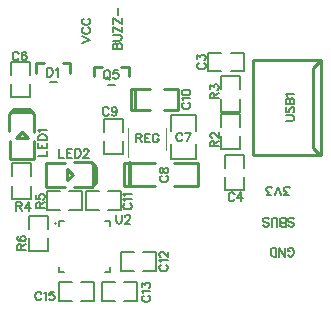
<source format=gto>
G04 ---------------------------- Layer name :TOP SILK LAYER*
G04 EasyEDA v5.6.15, Thu, 26 Jul 2018 23:14:09 GMT*
G04 c86fb450fb884ade9fd06fb8d4d9ff78*
G04 Gerber Generator version 0.2*
G04 Scale: 100 percent, Rotated: No, Reflected: No *
G04 Dimensions in inches *
G04 leading zeros omitted , absolute positions ,2 integer and 4 decimal *
%FSLAX24Y24*%
%MOIN*%
G90*
G70D02*

%ADD10C,0.010000*%
%ADD38C,0.007874*%
%ADD39C,0.013000*%
%ADD40C,0.004724*%
%ADD41C,0.007870*%
%ADD42C,0.009842*%
%ADD43C,0.005000*%

%LPD*%
G54D38*
G01X1863Y2673D02*
G01X1863Y2830D01*
G01X2020Y2830D01*
G01X3398Y2830D02*
G01X3555Y2830D01*
G01X3555Y2673D01*
G01X3398Y1137D02*
G01X3555Y1137D01*
G01X3555Y1295D01*
G01X2020Y1137D02*
G01X1863Y1137D01*
G01X1863Y1295D01*
G01X2287Y169D02*
G01X1853Y169D01*
G01X1853Y799D01*
G01X2287Y799D01*
G01X2601Y169D02*
G01X3035Y169D01*
G01X3035Y563D01*
G01X3035Y799D01*
G01X2601Y799D01*
G01X4337Y1169D02*
G01X3903Y1169D01*
G01X3903Y1799D01*
G01X4337Y1799D01*
G01X4651Y1169D02*
G01X5085Y1169D01*
G01X5085Y1563D01*
G01X5085Y1799D01*
G01X4651Y1799D01*
G01X4030Y799D02*
G01X4465Y799D01*
G01X4465Y169D01*
G01X4030Y169D01*
G01X3717Y799D02*
G01X3282Y799D01*
G01X3282Y405D01*
G01X3282Y169D01*
G01X3717Y169D01*
G01X3176Y3189D02*
G01X2744Y3189D01*
G01X2744Y3819D01*
G01X3176Y3819D01*
G01X3492Y3189D02*
G01X3925Y3189D01*
G01X3925Y3582D01*
G01X3925Y3819D01*
G01X3492Y3819D01*
G54D10*
G01X8336Y8189D02*
G01X10596Y8189D01*
G01X8332Y8189D02*
G01X8332Y5039D01*
G01X8332Y5039D02*
G01X10592Y5039D01*
G01X10600Y8189D02*
G01X10600Y5039D01*
G01X10321Y7949D02*
G01X10321Y5282D01*
G01X10600Y8180D02*
G01X10552Y8180D01*
G01X10321Y7949D01*
G01X10592Y5051D02*
G01X10552Y5051D01*
G01X10321Y5282D01*
G01X1974Y8090D02*
G01X2234Y8090D01*
G01X1974Y8090D01*
G01X2234Y8090D01*
G01X2234Y7769D01*
G01X1084Y7769D02*
G01X1084Y8090D01*
G01X1344Y8090D01*
G54D38*
G01X1541Y7480D02*
G01X1776Y7480D01*
G01X7894Y5662D02*
G01X7894Y5228D01*
G01X7264Y5228D01*
G01X7264Y5662D01*
G01X7894Y5976D02*
G01X7894Y6410D01*
G01X7500Y6410D01*
G01X7264Y6410D01*
G01X7264Y5976D01*
G01X7264Y7226D02*
G01X7264Y7659D01*
G01X7894Y7659D01*
G01X7894Y7226D01*
G01X7264Y6911D02*
G01X7264Y6478D01*
G01X7657Y6478D01*
G01X7894Y6478D01*
G01X7894Y6911D01*
G01X8003Y4301D02*
G01X8003Y3868D01*
G01X7374Y3868D01*
G01X7374Y4301D01*
G01X8003Y4616D02*
G01X8003Y5050D01*
G01X7610Y5050D01*
G01X7374Y5050D01*
G01X7374Y4616D01*
G54D10*
G01X5039Y4003D02*
G01X4019Y4003D01*
G01X4019Y4784D01*
G01X5039Y4784D01*
G54D39*
G01X4219Y4764D02*
G01X4219Y4024D01*
G54D10*
G01X5678Y4784D02*
G01X6482Y4784D01*
G01X6482Y3996D01*
G01X5678Y3996D01*
G01X209Y5516D02*
G01X209Y4905D01*
G01X1009Y4905D01*
G01X1009Y5516D01*
G01X199Y5826D02*
G01X199Y6405D01*
G01X359Y6566D01*
G01X859Y6566D01*
G01X1009Y6416D01*
G01X1009Y5816D01*
G01X412Y5605D02*
G01X805Y5605D01*
G01X805Y5605D01*
G01X609Y5801D01*
G01X609Y5801D01*
G01X412Y5605D01*
G01X294Y6471D02*
G01X924Y6471D01*
G01X3924Y7980D02*
G01X4184Y7980D01*
G01X3924Y7980D01*
G01X4184Y7980D01*
G01X4184Y7659D01*
G01X3034Y7659D02*
G01X3034Y7980D01*
G01X3294Y7980D01*
G54D38*
G01X3491Y7370D02*
G01X3726Y7370D01*
G54D40*
G01X5417Y5213D02*
G01X5417Y5921D01*
G01X4149Y5921D02*
G01X4149Y4957D01*
G54D41*
G01X6417Y5851D02*
G01X6417Y6372D01*
G01X5601Y6372D01*
G01X5601Y5851D01*
G01X6417Y5407D02*
G01X6417Y4887D01*
G01X5601Y4887D01*
G01X5601Y5407D01*
G54D10*
G01X5349Y7249D02*
G01X5832Y7249D01*
G01X5832Y6519D01*
G01X5349Y6519D01*
G01X4394Y7249D02*
G01X4394Y6519D01*
G01X4876Y7249D02*
G01X4247Y7249D01*
G01X4247Y6519D01*
G01X4876Y6519D01*
G54D38*
G01X3344Y5805D02*
G01X3344Y6239D01*
G01X3974Y6239D01*
G01X3974Y5805D01*
G01X3344Y5491D02*
G01X3344Y5057D01*
G01X3738Y5057D01*
G01X3974Y5057D01*
G01X3974Y5491D01*
G01X924Y4012D02*
G01X924Y3578D01*
G01X294Y3578D01*
G01X294Y4012D01*
G01X924Y4326D02*
G01X924Y4760D01*
G01X530Y4760D01*
G01X294Y4760D01*
G01X294Y4326D01*
G01X1876Y3189D02*
G01X1444Y3189D01*
G01X1444Y3819D01*
G01X1876Y3819D01*
G01X2192Y3189D02*
G01X2625Y3189D01*
G01X2625Y3582D01*
G01X2625Y3819D01*
G01X2192Y3819D01*
G01X1474Y2262D02*
G01X1474Y1828D01*
G01X844Y1828D01*
G01X844Y2262D01*
G01X1474Y2576D02*
G01X1474Y3010D01*
G01X1080Y3010D01*
G01X844Y3010D01*
G01X844Y2576D01*
G01X7580Y8449D02*
G01X8015Y8449D01*
G01X8015Y7819D01*
G01X7580Y7819D01*
G01X7267Y8449D02*
G01X6832Y8449D01*
G01X6832Y8055D01*
G01X6832Y7819D01*
G01X7267Y7819D01*
G54D10*
G01X2041Y4784D02*
G01X1430Y4784D01*
G01X1430Y3984D01*
G01X2041Y3984D01*
G01X2351Y4794D02*
G01X2930Y4794D01*
G01X3091Y4634D01*
G01X3091Y4134D01*
G01X2941Y3984D01*
G01X2341Y3984D01*
G01X2130Y4580D02*
G01X2130Y4187D01*
G01X2130Y4187D01*
G01X2326Y4384D01*
G01X2326Y4384D01*
G01X2130Y4580D01*
G01X2996Y4699D02*
G01X2996Y4069D01*
G54D38*
G01X244Y7705D02*
G01X244Y8139D01*
G01X874Y8139D01*
G01X874Y7705D01*
G01X244Y7391D02*
G01X244Y6957D01*
G01X638Y6957D01*
G01X874Y6957D01*
G01X874Y7391D01*
G54D43*
G01X3759Y3034D02*
G01X3759Y2829D01*
G01X3773Y2788D01*
G01X3800Y2761D01*
G01X3841Y2747D01*
G01X3868Y2747D01*
G01X3909Y2761D01*
G01X3936Y2788D01*
G01X3950Y2829D01*
G01X3950Y3034D01*
G01X4053Y2965D02*
G01X4053Y2979D01*
G01X4067Y3006D01*
G01X4080Y3020D01*
G01X4107Y3034D01*
G01X4163Y3034D01*
G01X4190Y3020D01*
G01X4203Y3006D01*
G01X4217Y2979D01*
G01X4217Y2952D01*
G01X4203Y2925D01*
G01X4176Y2884D01*
G01X4040Y2747D01*
G01X4230Y2747D01*
G01X1264Y414D02*
G01X1250Y442D01*
G01X1223Y469D01*
G01X1195Y483D01*
G01X1141Y483D01*
G01X1114Y469D01*
G01X1086Y442D01*
G01X1073Y414D01*
G01X1059Y374D01*
G01X1059Y305D01*
G01X1073Y264D01*
G01X1086Y237D01*
G01X1114Y210D01*
G01X1141Y196D01*
G01X1195Y196D01*
G01X1223Y210D01*
G01X1250Y237D01*
G01X1264Y264D01*
G01X1353Y428D02*
G01X1380Y442D01*
G01X1422Y483D01*
G01X1422Y196D01*
G01X1675Y483D02*
G01X1539Y483D01*
G01X1525Y360D01*
G01X1539Y374D01*
G01X1580Y387D01*
G01X1621Y387D01*
G01X1662Y374D01*
G01X1689Y346D01*
G01X1703Y305D01*
G01X1703Y278D01*
G01X1689Y237D01*
G01X1662Y210D01*
G01X1621Y196D01*
G01X1580Y196D01*
G01X1539Y210D01*
G01X1525Y224D01*
G01X1512Y251D01*
G01X5264Y1375D02*
G01X5236Y1361D01*
G01X5209Y1334D01*
G01X5195Y1306D01*
G01X5195Y1252D01*
G01X5209Y1225D01*
G01X5236Y1197D01*
G01X5264Y1184D01*
G01X5304Y1170D01*
G01X5373Y1170D01*
G01X5414Y1184D01*
G01X5441Y1197D01*
G01X5468Y1225D01*
G01X5482Y1252D01*
G01X5482Y1306D01*
G01X5468Y1334D01*
G01X5441Y1361D01*
G01X5414Y1375D01*
G01X5250Y1465D02*
G01X5236Y1492D01*
G01X5195Y1533D01*
G01X5482Y1533D01*
G01X5264Y1636D02*
G01X5250Y1636D01*
G01X5223Y1650D01*
G01X5209Y1664D01*
G01X5195Y1691D01*
G01X5195Y1745D01*
G01X5209Y1773D01*
G01X5223Y1786D01*
G01X5250Y1800D01*
G01X5277Y1800D01*
G01X5304Y1786D01*
G01X5345Y1759D01*
G01X5482Y1623D01*
G01X5482Y1814D01*
G01X4677Y345D02*
G01X4649Y331D01*
G01X4622Y304D01*
G01X4608Y276D01*
G01X4608Y222D01*
G01X4622Y195D01*
G01X4649Y167D01*
G01X4677Y154D01*
G01X4717Y140D01*
G01X4786Y140D01*
G01X4827Y154D01*
G01X4854Y167D01*
G01X4881Y195D01*
G01X4895Y222D01*
G01X4895Y276D01*
G01X4881Y304D01*
G01X4854Y331D01*
G01X4827Y345D01*
G01X4663Y435D02*
G01X4649Y462D01*
G01X4608Y503D01*
G01X4895Y503D01*
G01X4608Y620D02*
G01X4608Y770D01*
G01X4717Y688D01*
G01X4717Y729D01*
G01X4731Y756D01*
G01X4745Y770D01*
G01X4786Y784D01*
G01X4813Y784D01*
G01X4854Y770D01*
G01X4881Y743D01*
G01X4895Y702D01*
G01X4895Y661D01*
G01X4881Y620D01*
G01X4867Y606D01*
G01X4840Y593D01*
G01X4064Y3425D02*
G01X4036Y3411D01*
G01X4009Y3384D01*
G01X3995Y3356D01*
G01X3995Y3302D01*
G01X4009Y3275D01*
G01X4036Y3247D01*
G01X4064Y3234D01*
G01X4104Y3220D01*
G01X4173Y3220D01*
G01X4214Y3234D01*
G01X4241Y3247D01*
G01X4268Y3275D01*
G01X4282Y3302D01*
G01X4282Y3356D01*
G01X4268Y3384D01*
G01X4241Y3411D01*
G01X4214Y3425D01*
G01X4050Y3515D02*
G01X4036Y3542D01*
G01X3995Y3583D01*
G01X4282Y3583D01*
G01X4050Y3673D02*
G01X4036Y3700D01*
G01X3995Y3741D01*
G01X4282Y3741D01*
G01X9409Y6173D02*
G01X9614Y6173D01*
G01X9655Y6187D01*
G01X9681Y6214D01*
G01X9696Y6255D01*
G01X9696Y6282D01*
G01X9681Y6323D01*
G01X9655Y6350D01*
G01X9614Y6364D01*
G01X9409Y6364D01*
G01X9450Y6645D02*
G01X9423Y6618D01*
G01X9409Y6576D01*
G01X9409Y6522D01*
G01X9423Y6480D01*
G01X9450Y6453D01*
G01X9478Y6453D01*
G01X9505Y6468D01*
G01X9518Y6480D01*
G01X9532Y6507D01*
G01X9559Y6590D01*
G01X9573Y6618D01*
G01X9586Y6630D01*
G01X9614Y6645D01*
G01X9655Y6645D01*
G01X9681Y6618D01*
G01X9696Y6576D01*
G01X9696Y6522D01*
G01X9681Y6480D01*
G01X9655Y6453D01*
G01X9409Y6735D02*
G01X9696Y6735D01*
G01X9409Y6735D02*
G01X9409Y6857D01*
G01X9423Y6898D01*
G01X9437Y6912D01*
G01X9464Y6926D01*
G01X9491Y6926D01*
G01X9518Y6912D01*
G01X9532Y6898D01*
G01X9546Y6857D01*
G01X9546Y6735D02*
G01X9546Y6857D01*
G01X9559Y6898D01*
G01X9573Y6912D01*
G01X9600Y6926D01*
G01X9640Y6926D01*
G01X9668Y6912D01*
G01X9681Y6898D01*
G01X9696Y6857D01*
G01X9696Y6735D01*
G01X9464Y7016D02*
G01X9450Y7043D01*
G01X9409Y7084D01*
G01X9696Y7084D01*
G01X1459Y7934D02*
G01X1459Y7647D01*
G01X1459Y7934D02*
G01X1553Y7934D01*
G01X1595Y7920D01*
G01X1623Y7893D01*
G01X1636Y7865D01*
G01X1650Y7825D01*
G01X1650Y7756D01*
G01X1636Y7715D01*
G01X1623Y7688D01*
G01X1595Y7661D01*
G01X1553Y7647D01*
G01X1459Y7647D01*
G01X1740Y7879D02*
G01X1767Y7893D01*
G01X1807Y7934D01*
G01X1807Y7647D01*
G01X6895Y5319D02*
G01X7182Y5319D01*
G01X6895Y5319D02*
G01X6895Y5442D01*
G01X6909Y5483D01*
G01X6923Y5496D01*
G01X6950Y5510D01*
G01X6976Y5510D01*
G01X7003Y5496D01*
G01X7018Y5483D01*
G01X7032Y5442D01*
G01X7032Y5319D01*
G01X7032Y5414D02*
G01X7182Y5510D01*
G01X6964Y5614D02*
G01X6950Y5614D01*
G01X6923Y5627D01*
G01X6909Y5641D01*
G01X6895Y5668D01*
G01X6895Y5723D01*
G01X6909Y5750D01*
G01X6923Y5764D01*
G01X6950Y5777D01*
G01X6976Y5777D01*
G01X7003Y5764D01*
G01X7045Y5736D01*
G01X7182Y5600D01*
G01X7182Y5791D01*
G01X6895Y6920D02*
G01X7182Y6920D01*
G01X6895Y6920D02*
G01X6895Y7043D01*
G01X6909Y7084D01*
G01X6923Y7097D01*
G01X6950Y7111D01*
G01X6976Y7111D01*
G01X7003Y7097D01*
G01X7018Y7084D01*
G01X7032Y7043D01*
G01X7032Y6920D01*
G01X7032Y7015D02*
G01X7182Y7111D01*
G01X6895Y7228D02*
G01X6895Y7378D01*
G01X7003Y7296D01*
G01X7003Y7337D01*
G01X7018Y7365D01*
G01X7032Y7378D01*
G01X7073Y7392D01*
G01X7100Y7392D01*
G01X7141Y7378D01*
G01X7168Y7351D01*
G01X7182Y7310D01*
G01X7182Y7269D01*
G01X7168Y7228D01*
G01X7153Y7215D01*
G01X7126Y7201D01*
G01X7708Y3720D02*
G01X7694Y3748D01*
G01X7667Y3775D01*
G01X7639Y3789D01*
G01X7585Y3789D01*
G01X7558Y3775D01*
G01X7530Y3748D01*
G01X7517Y3720D01*
G01X7503Y3680D01*
G01X7503Y3611D01*
G01X7517Y3570D01*
G01X7530Y3543D01*
G01X7558Y3516D01*
G01X7585Y3501D01*
G01X7639Y3501D01*
G01X7667Y3516D01*
G01X7694Y3543D01*
G01X7708Y3570D01*
G01X7934Y3789D02*
G01X7798Y3598D01*
G01X8002Y3598D01*
G01X7934Y3789D02*
G01X7934Y3501D01*
G01X5278Y4338D02*
G01X5250Y4324D01*
G01X5223Y4297D01*
G01X5209Y4269D01*
G01X5209Y4215D01*
G01X5223Y4188D01*
G01X5250Y4160D01*
G01X5278Y4147D01*
G01X5318Y4133D01*
G01X5387Y4133D01*
G01X5428Y4147D01*
G01X5455Y4160D01*
G01X5482Y4188D01*
G01X5496Y4215D01*
G01X5496Y4269D01*
G01X5482Y4297D01*
G01X5455Y4324D01*
G01X5428Y4338D01*
G01X5209Y4496D02*
G01X5223Y4455D01*
G01X5250Y4441D01*
G01X5278Y4441D01*
G01X5305Y4455D01*
G01X5318Y4482D01*
G01X5332Y4537D01*
G01X5346Y4578D01*
G01X5373Y4605D01*
G01X5400Y4618D01*
G01X5441Y4618D01*
G01X5468Y4605D01*
G01X5482Y4591D01*
G01X5496Y4550D01*
G01X5496Y4496D01*
G01X5482Y4455D01*
G01X5468Y4441D01*
G01X5441Y4428D01*
G01X5400Y4428D01*
G01X5373Y4441D01*
G01X5346Y4468D01*
G01X5332Y4509D01*
G01X5318Y4564D01*
G01X5305Y4591D01*
G01X5278Y4605D01*
G01X5250Y4605D01*
G01X5223Y4591D01*
G01X5209Y4550D01*
G01X5209Y4496D01*
G01X1158Y5014D02*
G01X1445Y5014D01*
G01X1445Y5014D02*
G01X1445Y5178D01*
G01X1158Y5268D02*
G01X1445Y5268D01*
G01X1158Y5268D02*
G01X1158Y5445D01*
G01X1295Y5268D02*
G01X1295Y5376D01*
G01X1445Y5268D02*
G01X1445Y5445D01*
G01X1158Y5535D02*
G01X1445Y5535D01*
G01X1158Y5535D02*
G01X1158Y5630D01*
G01X1172Y5671D01*
G01X1199Y5699D01*
G01X1227Y5712D01*
G01X1267Y5726D01*
G01X1336Y5726D01*
G01X1377Y5712D01*
G01X1404Y5699D01*
G01X1431Y5671D01*
G01X1445Y5630D01*
G01X1445Y5535D01*
G01X1213Y5816D02*
G01X1199Y5843D01*
G01X1158Y5884D01*
G01X1445Y5884D01*
G01X9470Y1716D02*
G01X9484Y1688D01*
G01X9511Y1661D01*
G01X9539Y1647D01*
G01X9593Y1647D01*
G01X9619Y1661D01*
G01X9648Y1688D01*
G01X9661Y1716D01*
G01X9675Y1755D01*
G01X9675Y1825D01*
G01X9661Y1866D01*
G01X9648Y1893D01*
G01X9619Y1920D01*
G01X9593Y1934D01*
G01X9539Y1934D01*
G01X9511Y1920D01*
G01X9484Y1893D01*
G01X9470Y1866D01*
G01X9470Y1825D01*
G01X9539Y1825D02*
G01X9470Y1825D01*
G01X9380Y1647D02*
G01X9380Y1934D01*
G01X9380Y1647D02*
G01X9190Y1934D01*
G01X9190Y1647D02*
G01X9190Y1934D01*
G01X9100Y1647D02*
G01X9100Y1934D01*
G01X9100Y1647D02*
G01X9003Y1647D01*
G01X8963Y1661D01*
G01X8936Y1688D01*
G01X8922Y1716D01*
G01X8909Y1755D01*
G01X8909Y1825D01*
G01X8922Y1866D01*
G01X8936Y1893D01*
G01X8963Y1920D01*
G01X9003Y1934D01*
G01X9100Y1934D01*
G01X9512Y3697D02*
G01X9362Y3697D01*
G01X9444Y3805D01*
G01X9403Y3805D01*
G01X9375Y3820D01*
G01X9362Y3834D01*
G01X9348Y3875D01*
G01X9348Y3901D01*
G01X9362Y3943D01*
G01X9389Y3970D01*
G01X9430Y3984D01*
G01X9471Y3984D01*
G01X9512Y3970D01*
G01X9525Y3955D01*
G01X9539Y3928D01*
G01X9258Y3697D02*
G01X9149Y3984D01*
G01X9040Y3697D02*
G01X9149Y3984D01*
G01X8923Y3697D02*
G01X8773Y3697D01*
G01X8854Y3805D01*
G01X8814Y3805D01*
G01X8786Y3820D01*
G01X8773Y3834D01*
G01X8759Y3875D01*
G01X8759Y3901D01*
G01X8773Y3943D01*
G01X8800Y3970D01*
G01X8841Y3984D01*
G01X8882Y3984D01*
G01X8923Y3970D01*
G01X8936Y3955D01*
G01X8950Y3928D01*
G01X9502Y2688D02*
G01X9529Y2661D01*
G01X9570Y2647D01*
G01X9625Y2647D01*
G01X9666Y2661D01*
G01X9693Y2688D01*
G01X9693Y2716D01*
G01X9679Y2743D01*
G01X9666Y2755D01*
G01X9638Y2770D01*
G01X9557Y2797D01*
G01X9529Y2811D01*
G01X9516Y2825D01*
G01X9502Y2851D01*
G01X9502Y2893D01*
G01X9529Y2920D01*
G01X9570Y2934D01*
G01X9625Y2934D01*
G01X9666Y2920D01*
G01X9693Y2893D01*
G01X9412Y2647D02*
G01X9412Y2934D01*
G01X9412Y2647D02*
G01X9289Y2647D01*
G01X9248Y2661D01*
G01X9235Y2675D01*
G01X9221Y2701D01*
G01X9221Y2728D01*
G01X9235Y2755D01*
G01X9248Y2770D01*
G01X9289Y2784D01*
G01X9412Y2784D02*
G01X9289Y2784D01*
G01X9248Y2797D01*
G01X9235Y2811D01*
G01X9221Y2838D01*
G01X9221Y2878D01*
G01X9235Y2905D01*
G01X9248Y2920D01*
G01X9289Y2934D01*
G01X9412Y2934D01*
G01X9131Y2647D02*
G01X9131Y2851D01*
G01X9118Y2893D01*
G01X9090Y2920D01*
G01X9049Y2934D01*
G01X9022Y2934D01*
G01X8981Y2920D01*
G01X8954Y2893D01*
G01X8940Y2851D01*
G01X8940Y2647D01*
G01X8659Y2688D02*
G01X8687Y2661D01*
G01X8728Y2647D01*
G01X8782Y2647D01*
G01X8823Y2661D01*
G01X8850Y2688D01*
G01X8850Y2716D01*
G01X8837Y2743D01*
G01X8823Y2755D01*
G01X8796Y2770D01*
G01X8714Y2797D01*
G01X8687Y2811D01*
G01X8673Y2825D01*
G01X8659Y2851D01*
G01X8659Y2893D01*
G01X8687Y2920D01*
G01X8728Y2934D01*
G01X8782Y2934D01*
G01X8823Y2920D01*
G01X8850Y2893D01*
G01X3421Y7864D02*
G01X3394Y7850D01*
G01X3366Y7823D01*
G01X3353Y7795D01*
G01X3339Y7755D01*
G01X3339Y7686D01*
G01X3353Y7645D01*
G01X3366Y7618D01*
G01X3394Y7591D01*
G01X3421Y7577D01*
G01X3475Y7577D01*
G01X3503Y7591D01*
G01X3530Y7618D01*
G01X3544Y7645D01*
G01X3557Y7686D01*
G01X3557Y7755D01*
G01X3544Y7795D01*
G01X3530Y7823D01*
G01X3503Y7850D01*
G01X3475Y7864D01*
G01X3421Y7864D01*
G01X3462Y7632D02*
G01X3544Y7550D01*
G01X3811Y7864D02*
G01X3674Y7864D01*
G01X3661Y7741D01*
G01X3674Y7755D01*
G01X3715Y7768D01*
G01X3756Y7768D01*
G01X3797Y7755D01*
G01X3824Y7727D01*
G01X3838Y7686D01*
G01X3838Y7659D01*
G01X3824Y7618D01*
G01X3797Y7591D01*
G01X3756Y7577D01*
G01X3715Y7577D01*
G01X3674Y7591D01*
G01X3661Y7605D01*
G01X3647Y7632D01*
G01X4422Y5745D02*
G01X4422Y5457D01*
G01X4422Y5745D02*
G01X4545Y5745D01*
G01X4586Y5730D01*
G01X4599Y5717D01*
G01X4613Y5690D01*
G01X4613Y5663D01*
G01X4599Y5636D01*
G01X4586Y5622D01*
G01X4545Y5607D01*
G01X4422Y5607D01*
G01X4517Y5607D02*
G01X4613Y5457D01*
G01X4703Y5745D02*
G01X4703Y5457D01*
G01X4703Y5745D02*
G01X4880Y5745D01*
G01X4703Y5607D02*
G01X4812Y5607D01*
G01X4703Y5457D02*
G01X4880Y5457D01*
G01X5175Y5676D02*
G01X5161Y5703D01*
G01X5134Y5730D01*
G01X5107Y5745D01*
G01X5052Y5745D01*
G01X5025Y5730D01*
G01X4997Y5703D01*
G01X4984Y5676D01*
G01X4970Y5636D01*
G01X4970Y5567D01*
G01X4984Y5526D01*
G01X4997Y5499D01*
G01X5025Y5472D01*
G01X5052Y5457D01*
G01X5107Y5457D01*
G01X5134Y5472D01*
G01X5161Y5499D01*
G01X5175Y5526D01*
G01X5175Y5567D01*
G01X5107Y5567D02*
G01X5175Y5567D01*
G01X5964Y5715D02*
G01X5950Y5743D01*
G01X5923Y5770D01*
G01X5895Y5784D01*
G01X5841Y5784D01*
G01X5814Y5770D01*
G01X5786Y5743D01*
G01X5773Y5715D01*
G01X5759Y5675D01*
G01X5759Y5606D01*
G01X5773Y5565D01*
G01X5786Y5538D01*
G01X5814Y5511D01*
G01X5841Y5497D01*
G01X5895Y5497D01*
G01X5923Y5511D01*
G01X5950Y5538D01*
G01X5964Y5565D01*
G01X6244Y5784D02*
G01X6107Y5497D01*
G01X6053Y5784D02*
G01X6244Y5784D01*
G01X6014Y6774D02*
G01X5986Y6760D01*
G01X5959Y6733D01*
G01X5945Y6705D01*
G01X5945Y6651D01*
G01X5959Y6624D01*
G01X5986Y6596D01*
G01X6014Y6583D01*
G01X6053Y6569D01*
G01X6123Y6569D01*
G01X6164Y6583D01*
G01X6191Y6596D01*
G01X6218Y6624D01*
G01X6232Y6651D01*
G01X6232Y6705D01*
G01X6218Y6733D01*
G01X6191Y6760D01*
G01X6164Y6774D01*
G01X6000Y6864D02*
G01X5986Y6891D01*
G01X5945Y6932D01*
G01X6232Y6932D01*
G01X5945Y7104D02*
G01X5959Y7063D01*
G01X6000Y7035D01*
G01X6068Y7022D01*
G01X6109Y7022D01*
G01X6176Y7035D01*
G01X6218Y7063D01*
G01X6232Y7104D01*
G01X6232Y7131D01*
G01X6218Y7172D01*
G01X6176Y7199D01*
G01X6109Y7213D01*
G01X6068Y7213D01*
G01X6000Y7199D01*
G01X5959Y7172D01*
G01X5945Y7131D01*
G01X5945Y7104D01*
G01X3514Y6565D02*
G01X3500Y6593D01*
G01X3473Y6620D01*
G01X3445Y6634D01*
G01X3391Y6634D01*
G01X3364Y6620D01*
G01X3336Y6593D01*
G01X3323Y6565D01*
G01X3309Y6525D01*
G01X3309Y6455D01*
G01X3323Y6415D01*
G01X3336Y6388D01*
G01X3364Y6361D01*
G01X3391Y6347D01*
G01X3445Y6347D01*
G01X3473Y6361D01*
G01X3500Y6388D01*
G01X3514Y6415D01*
G01X3780Y6538D02*
G01X3767Y6497D01*
G01X3740Y6470D01*
G01X3699Y6455D01*
G01X3685Y6455D01*
G01X3644Y6470D01*
G01X3617Y6497D01*
G01X3603Y6538D01*
G01X3603Y6551D01*
G01X3617Y6593D01*
G01X3644Y6620D01*
G01X3685Y6634D01*
G01X3699Y6634D01*
G01X3740Y6620D01*
G01X3767Y6593D01*
G01X3780Y6538D01*
G01X3780Y6470D01*
G01X3767Y6401D01*
G01X3740Y6361D01*
G01X3699Y6347D01*
G01X3672Y6347D01*
G01X3630Y6361D01*
G01X3617Y6388D01*
G01X422Y3462D02*
G01X422Y3175D01*
G01X422Y3462D02*
G01X545Y3462D01*
G01X586Y3448D01*
G01X599Y3434D01*
G01X613Y3407D01*
G01X613Y3380D01*
G01X599Y3353D01*
G01X586Y3339D01*
G01X545Y3325D01*
G01X422Y3325D01*
G01X517Y3325D02*
G01X613Y3175D01*
G01X839Y3462D02*
G01X703Y3271D01*
G01X907Y3271D01*
G01X839Y3462D02*
G01X839Y3175D01*
G01X1095Y3270D02*
G01X1382Y3270D01*
G01X1095Y3270D02*
G01X1095Y3393D01*
G01X1109Y3434D01*
G01X1123Y3447D01*
G01X1150Y3461D01*
G01X1177Y3461D01*
G01X1204Y3447D01*
G01X1218Y3434D01*
G01X1232Y3393D01*
G01X1232Y3270D01*
G01X1232Y3365D02*
G01X1382Y3461D01*
G01X1095Y3715D02*
G01X1095Y3578D01*
G01X1218Y3565D01*
G01X1204Y3578D01*
G01X1191Y3619D01*
G01X1191Y3660D01*
G01X1204Y3701D01*
G01X1232Y3728D01*
G01X1273Y3742D01*
G01X1300Y3742D01*
G01X1341Y3728D01*
G01X1368Y3701D01*
G01X1382Y3660D01*
G01X1382Y3619D01*
G01X1368Y3578D01*
G01X1354Y3565D01*
G01X1327Y3551D01*
G01X458Y1875D02*
G01X745Y1875D01*
G01X458Y1875D02*
G01X458Y1998D01*
G01X472Y2039D01*
G01X486Y2052D01*
G01X513Y2066D01*
G01X540Y2066D01*
G01X567Y2052D01*
G01X581Y2039D01*
G01X595Y1998D01*
G01X595Y1875D01*
G01X595Y1970D02*
G01X745Y2066D01*
G01X499Y2320D02*
G01X472Y2306D01*
G01X458Y2265D01*
G01X458Y2238D01*
G01X472Y2197D01*
G01X513Y2170D01*
G01X581Y2156D01*
G01X649Y2156D01*
G01X704Y2170D01*
G01X731Y2197D01*
G01X745Y2238D01*
G01X745Y2251D01*
G01X731Y2292D01*
G01X704Y2320D01*
G01X663Y2333D01*
G01X649Y2333D01*
G01X608Y2320D01*
G01X581Y2292D01*
G01X567Y2251D01*
G01X567Y2238D01*
G01X581Y2197D01*
G01X608Y2170D01*
G01X649Y2156D01*
G01X2608Y8776D02*
G01X2895Y8885D01*
G01X2608Y8994D02*
G01X2895Y8885D01*
G01X2677Y9289D02*
G01X2649Y9275D01*
G01X2622Y9248D01*
G01X2608Y9221D01*
G01X2608Y9166D01*
G01X2622Y9139D01*
G01X2649Y9111D01*
G01X2677Y9098D01*
G01X2717Y9084D01*
G01X2786Y9084D01*
G01X2827Y9098D01*
G01X2854Y9111D01*
G01X2881Y9139D01*
G01X2895Y9166D01*
G01X2895Y9221D01*
G01X2881Y9248D01*
G01X2854Y9275D01*
G01X2827Y9289D01*
G01X2677Y9583D02*
G01X2649Y9570D01*
G01X2622Y9542D01*
G01X2608Y9515D01*
G01X2608Y9461D01*
G01X2622Y9433D01*
G01X2649Y9406D01*
G01X2677Y9392D01*
G01X2717Y9379D01*
G01X2786Y9379D01*
G01X2827Y9392D01*
G01X2854Y9406D01*
G01X2881Y9433D01*
G01X2895Y9461D01*
G01X2895Y9515D01*
G01X2881Y9542D01*
G01X2854Y9570D01*
G01X2827Y9583D01*
G01X6528Y8103D02*
G01X6500Y8090D01*
G01X6473Y8063D01*
G01X6459Y8035D01*
G01X6459Y7980D01*
G01X6473Y7953D01*
G01X6500Y7926D01*
G01X6528Y7913D01*
G01X6568Y7899D01*
G01X6637Y7899D01*
G01X6678Y7913D01*
G01X6705Y7926D01*
G01X6732Y7953D01*
G01X6746Y7980D01*
G01X6746Y8035D01*
G01X6732Y8063D01*
G01X6705Y8090D01*
G01X6678Y8103D01*
G01X6459Y8221D02*
G01X6459Y8371D01*
G01X6568Y8289D01*
G01X6568Y8330D01*
G01X6582Y8357D01*
G01X6596Y8371D01*
G01X6637Y8384D01*
G01X6664Y8384D01*
G01X6705Y8371D01*
G01X6732Y8344D01*
G01X6746Y8303D01*
G01X6746Y8262D01*
G01X6732Y8221D01*
G01X6718Y8207D01*
G01X6691Y8194D01*
G01X1859Y5234D02*
G01X1859Y4947D01*
G01X1859Y4947D02*
G01X2023Y4947D01*
G01X2113Y5234D02*
G01X2113Y4947D01*
G01X2113Y5234D02*
G01X2290Y5234D01*
G01X2113Y5097D02*
G01X2222Y5097D01*
G01X2113Y4947D02*
G01X2290Y4947D01*
G01X2380Y5234D02*
G01X2380Y4947D01*
G01X2380Y5234D02*
G01X2475Y5234D01*
G01X2516Y5220D01*
G01X2544Y5193D01*
G01X2557Y5165D01*
G01X2571Y5125D01*
G01X2571Y5056D01*
G01X2557Y5015D01*
G01X2544Y4988D01*
G01X2516Y4961D01*
G01X2475Y4947D01*
G01X2380Y4947D01*
G01X2674Y5165D02*
G01X2674Y5179D01*
G01X2688Y5206D01*
G01X2701Y5220D01*
G01X2728Y5234D01*
G01X2784Y5234D01*
G01X2811Y5220D01*
G01X2824Y5206D01*
G01X2838Y5179D01*
G01X2838Y5152D01*
G01X2824Y5125D01*
G01X2797Y5084D01*
G01X2661Y4947D01*
G01X2851Y4947D01*
G01X514Y8415D02*
G01X500Y8443D01*
G01X473Y8470D01*
G01X445Y8484D01*
G01X391Y8484D01*
G01X364Y8470D01*
G01X336Y8443D01*
G01X323Y8415D01*
G01X309Y8375D01*
G01X309Y8306D01*
G01X323Y8265D01*
G01X336Y8238D01*
G01X364Y8211D01*
G01X391Y8197D01*
G01X445Y8197D01*
G01X473Y8211D01*
G01X500Y8238D01*
G01X514Y8265D01*
G01X767Y8443D02*
G01X753Y8470D01*
G01X713Y8484D01*
G01X685Y8484D01*
G01X644Y8470D01*
G01X617Y8429D01*
G01X603Y8361D01*
G01X603Y8293D01*
G01X617Y8238D01*
G01X644Y8211D01*
G01X685Y8197D01*
G01X699Y8197D01*
G01X740Y8211D01*
G01X767Y8238D01*
G01X780Y8279D01*
G01X780Y8293D01*
G01X767Y8334D01*
G01X740Y8361D01*
G01X699Y8375D01*
G01X685Y8375D01*
G01X644Y8361D01*
G01X617Y8334D01*
G01X603Y8293D01*
G01X3658Y8565D02*
G01X3945Y8565D01*
G01X3658Y8565D02*
G01X3658Y8688D01*
G01X3672Y8728D01*
G01X3686Y8742D01*
G01X3713Y8755D01*
G01X3740Y8755D01*
G01X3767Y8742D01*
G01X3781Y8728D01*
G01X3795Y8688D01*
G01X3795Y8565D02*
G01X3795Y8688D01*
G01X3808Y8728D01*
G01X3822Y8742D01*
G01X3849Y8755D01*
G01X3890Y8755D01*
G01X3917Y8742D01*
G01X3931Y8728D01*
G01X3945Y8688D01*
G01X3945Y8565D01*
G01X3658Y8846D02*
G01X3863Y8846D01*
G01X3904Y8860D01*
G01X3931Y8887D01*
G01X3945Y8928D01*
G01X3945Y8955D01*
G01X3931Y8996D01*
G01X3904Y9023D01*
G01X3863Y9037D01*
G01X3658Y9037D01*
G01X3658Y9318D02*
G01X3945Y9126D01*
G01X3658Y9126D02*
G01X3658Y9318D01*
G01X3945Y9126D02*
G01X3945Y9318D01*
G01X3658Y9599D02*
G01X3945Y9407D01*
G01X3658Y9407D02*
G01X3658Y9599D01*
G01X3945Y9407D02*
G01X3945Y9599D01*
G01X3822Y9689D02*
G01X3822Y9934D01*
G54D42*
G75*
G01X1735Y2771D02*
G3X1735Y2771INaNJNaND01*
G01*
M00*
M02*

</source>
